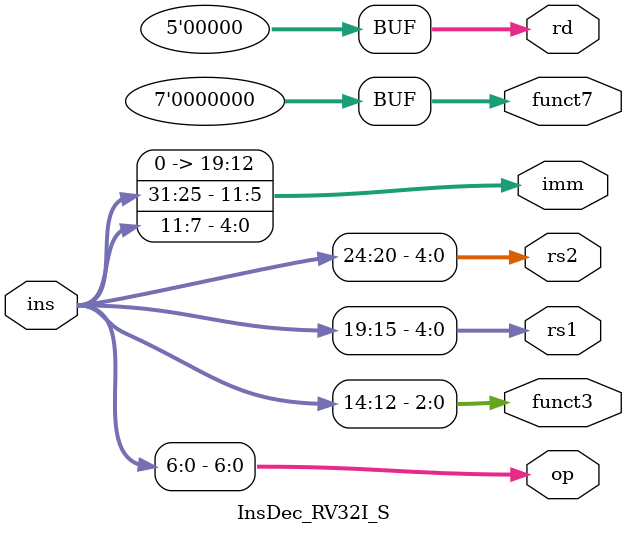
<source format=v>
module InsDec_RV32I_S(
    // 32位指令
    input wire [31:0] ins,

    // 操作码位段
    output wire [6:0] op,

    // 3位功能码位段  
    output wire [2:0] funct3,
    
    // 7位功能码位段
    output wire [6:0] funct7,
    
    // rs1地址位段
    output wire [4:0] rs1,

    // rs2地址位段
    output wire [4:0] rs2,

    // rd地址位段
    output wire [4:0] rd,

    // 立即数
    output wire [19:0] imm
);

    assign op = ins[6:0];
    assign funct3 = ins[14:12];
    assign funct7 = 7'd0;
    assign rs1 = ins[19:15];
    assign rs2 = ins[24:20];
    assign rd = 5'd0;
    assign imm = {8'd0, ins[31:25], ins[11:7]};

endmodule

</source>
